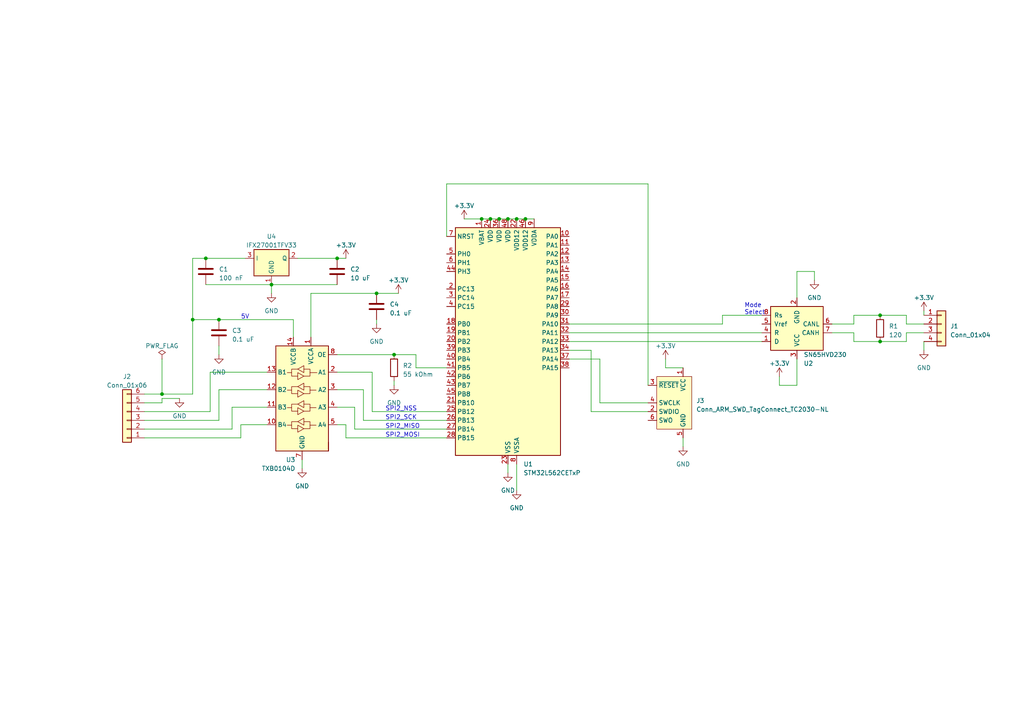
<source format=kicad_sch>
(kicad_sch (version 20230121) (generator eeschema)
  (paper "A4")
  (lib_symbols
    (symbol "Connector:Conn_ARM_SWD_TagConnect_TC2030-NL" (in_bom no)
      (property "Reference" "J" (at 2.54 11.43 0))
      (property "Value" "Conn_ARM_SWD_TagConnect_TC2030-NL" (at 2.54 8.89 0))
      (symbol "Conn_ARM_SWD_TagConnect_TC2030-NL_0_0"
        (pin power_in line (at -2.54 10.16 270) (length 2.54) (name "VCC") (number "1"))
        (pin bidirectional line (at 7.62 -2.54 180) (length 2.54) (name "SWDIO") (number "2"))
        (pin open_collector line (at 7.62 5.08 180) (length 2.54) (name "~{RESET}") (number "3"))
        (pin output line (at 7.62 0 180) (length 2.54) (name "SWCLK") (number "4"))
        (pin power_in line (at -2.54 -10.16 90) (length 2.54) (name "GND") (number "5"))
        (pin input line (at 7.62 -5.08 180) (length 2.54) (name "SWO") (number "6"))
      )
      (symbol "Conn_ARM_SWD_TagConnect_TC2030-NL_0_1"
        (rectangle (start -5.08 7.62) (end 5.08 -7.62) (fill (type background)))
      )
    )
    (symbol "Connector_Generic:Conn_01x04" (pin_names (offset 1.016) hide)
      (property "Reference" "J" (at 0 5.08 0))
      (property "Value" "Conn_01x04" (at 0 -7.62 0))
      (symbol "Conn_01x04_1_1"
        (rectangle (start -1.27 -4.953) (end 0 -5.207) (stroke (width 0.1524)))
        (rectangle (start -1.27 -2.413) (end 0 -2.667) (stroke (width 0.1524)))
        (rectangle (start -1.27 0.127) (end 0 -0.127) (stroke (width 0.1524)))
        (rectangle (start -1.27 2.667) (end 0 2.413) (stroke (width 0.1524)))
        (rectangle (start -1.27 3.81) (end 1.27 -6.35) (stroke (width 0.254)) (fill (type background)))
        (pin passive line (at -5.08 2.54 0) (length 3.81) (name "Pin_1") (number "1"))
        (pin passive line (at -5.08 0 0) (length 3.81) (name "Pin_2") (number "2"))
        (pin passive line (at -5.08 -2.54 0) (length 3.81) (name "Pin_3") (number "3"))
        (pin passive line (at -5.08 -5.08 0) (length 3.81) (name "Pin_4") (number "4"))
      )
    )
    (symbol "Connector_Generic:Conn_01x06" (pin_names (offset 1.016) hide)
      (property "Reference" "J" (at 0 7.62 0))
      (property "Value" "Conn_01x06" (at 0 -10.16 0))
      (symbol "Conn_01x06_1_1"
        (rectangle (start -1.27 -7.493) (end 0 -7.747) (stroke (width 0.1524)))
        (rectangle (start -1.27 -4.953) (end 0 -5.207) (stroke (width 0.1524)))
        (rectangle (start -1.27 -2.413) (end 0 -2.667) (stroke (width 0.1524)))
        (rectangle (start -1.27 0.127) (end 0 -0.127) (stroke (width 0.1524)))
        (rectangle (start -1.27 2.667) (end 0 2.413) (stroke (width 0.1524)))
        (rectangle (start -1.27 5.207) (end 0 4.953) (stroke (width 0.1524)))
        (rectangle (start -1.27 6.35) (end 1.27 -8.89) (stroke (width 0.254)) (fill (type background)))
        (pin passive line (at -5.08 5.08 0) (length 3.81) (name "Pin_1") (number "1"))
        (pin passive line (at -5.08 2.54 0) (length 3.81) (name "Pin_2") (number "2"))
        (pin passive line (at -5.08 0 0) (length 3.81) (name "Pin_3") (number "3"))
        (pin passive line (at -5.08 -2.54 0) (length 3.81) (name "Pin_4") (number "4"))
        (pin passive line (at -5.08 -5.08 0) (length 3.81) (name "Pin_5") (number "5"))
        (pin passive line (at -5.08 -7.62 0) (length 3.81) (name "Pin_6") (number "6"))
      )
    )
    (symbol "Device:C" (pin_numbers hide) (pin_names (offset 0.254))
      (property "Reference" "C" (at 0.635 2.54 0))
      (property "Value" "C" (at 0.635 -2.54 0))
      (symbol "C_0_1"
        (polyline (pts (xy -2.032 -0.762) (xy 2.032 -0.762)) (stroke (width 0.508)))
        (polyline (pts (xy -2.032 0.762) (xy 2.032 0.762)) (stroke (width 0.508)))
      )
      (symbol "C_1_1"
        (pin passive line (at 0 3.81 270) (length 2.794) (name "~") (number "1"))
        (pin passive line (at 0 -3.81 90) (length 2.794) (name "~") (number "2"))
      )
    )
    (symbol "Device:R" (pin_numbers hide) (pin_names (offset 0))
      (property "Reference" "R" (at 2.032 0 90))
      (property "Value" "R" (at 0 0 90))
      (symbol "R_0_1"
        (rectangle (start -1.016 -2.54) (end 1.016 2.54) (stroke (width 0.254)))
      )
      (symbol "R_1_1"
        (pin passive line (at 0 3.81 270) (length 1.27) (name "~") (number "1"))
        (pin passive line (at 0 -3.81 90) (length 1.27) (name "~") (number "2"))
      )
    )
    (symbol "Interface_CAN_LIN:SN65HVD230" (pin_names (offset 1.016))
      (property "Reference" "U" (at -2.54 10.16 0))
      (property "Value" "SN65HVD230" (at -2.54 7.62 0))
      (symbol "SN65HVD230_0_1"
        (rectangle (start -7.62 5.08) (end 7.62 -7.62) (stroke (width 0.254)) (fill (type background)))
      )
      (symbol "SN65HVD230_1_1"
        (pin input line (at -10.16 2.54 0) (length 2.54) (name "D") (number "1"))
        (pin power_in line (at 0 -10.16 90) (length 2.54) (name "GND") (number "2"))
        (pin power_in line (at 0 7.62 270) (length 2.54) (name "VCC") (number "3"))
        (pin output line (at -10.16 0 0) (length 2.54) (name "R") (number "4"))
        (pin output line (at -10.16 -2.54 0) (length 2.54) (name "Vref") (number "5"))
        (pin bidirectional line (at 10.16 -2.54 180) (length 2.54) (name "CANL") (number "6"))
        (pin bidirectional line (at 10.16 0 180) (length 2.54) (name "CANH") (number "7"))
        (pin input line (at -10.16 -5.08 0) (length 2.54) (name "Rs") (number "8"))
      )
    )
    (symbol "Logic_LevelTranslator:TXB0104D"
      (property "Reference" "U" (at -6.35 16.51 0))
      (property "Value" "TXB0104D" (at 3.81 16.51 0))
      (symbol "TXB0104D_0_1"
        (rectangle (start -7.62 -15.24) (end -7.62 -12.7) (stroke (width 0.254)))
        (rectangle (start -7.62 15.24) (end 7.62 -15.24) (stroke (width 0.254)) (fill (type background)))
        (polyline (pts (xy -2.286 -7.747) (xy -2.286 -6.731) (xy -0.508 -6.731)))
        (polyline (pts (xy -2.286 -2.667) (xy -2.286 -1.651) (xy -0.508 -1.651)))
        (polyline (pts (xy -2.286 2.413) (xy -2.286 3.429) (xy -0.508 3.429)))
        (polyline (pts (xy -2.286 7.493) (xy -2.286 8.509) (xy -0.508 8.509)))
        (polyline (pts (xy 3.048 -7.747) (xy 3.048 -8.763) (xy 1.27 -8.763)))
        (polyline (pts (xy 3.048 -2.667) (xy 3.048 -3.683) (xy 1.27 -3.683)))
        (polyline (pts (xy 3.048 2.413) (xy 3.048 1.397) (xy 1.27 1.397)))
        (polyline (pts (xy 3.048 7.493) (xy 3.048 6.477) (xy 1.27 6.477)))
        (polyline (pts (xy -0.508 -8.763) (xy -2.286 -8.763) (xy -2.286 -7.747) (xy -4.064 -7.747)))
        (polyline (pts (xy -0.508 -8.763) (xy 1.27 -7.747) (xy 1.27 -9.779) (xy -0.508 -8.763)))
        (polyline (pts (xy -0.508 -3.683) (xy -2.286 -3.683) (xy -2.286 -2.667) (xy -4.064 -2.667)))
        (polyline (pts (xy -0.508 -3.683) (xy 1.27 -2.667) (xy 1.27 -4.699) (xy -0.508 -3.683)))
        (polyline (pts (xy -0.508 1.397) (xy -2.286 1.397) (xy -2.286 2.413) (xy -4.064 2.413)))
        (polyline (pts (xy -0.508 1.397) (xy 1.27 2.413) (xy 1.27 0.381) (xy -0.508 1.397)))
        (polyline (pts (xy -0.508 6.477) (xy -2.286 6.477) (xy -2.286 7.493) (xy -4.318 7.493)))
        (polyline (pts (xy -0.508 6.477) (xy 1.27 7.493) (xy 1.27 5.461) (xy -0.508 6.477)))
        (polyline (pts (xy 1.27 -6.731) (xy -0.508 -7.747) (xy -0.508 -5.715) (xy 1.27 -6.731)))
        (polyline (pts (xy 1.27 -6.731) (xy 3.048 -6.731) (xy 3.048 -7.747) (xy 4.318 -7.747)))
        (polyline (pts (xy 1.27 -1.651) (xy -0.508 -2.667) (xy -0.508 -0.635) (xy 1.27 -1.651)))
        (polyline (pts (xy 1.27 -1.651) (xy 3.048 -1.651) (xy 3.048 -2.667) (xy 4.318 -2.667)))
        (polyline (pts (xy 1.27 3.429) (xy -0.508 2.413) (xy -0.508 4.445) (xy 1.27 3.429)))
        (polyline (pts (xy 1.27 3.429) (xy 3.048 3.429) (xy 3.048 2.413) (xy 4.318 2.413)))
        (polyline (pts (xy 1.27 8.509) (xy -0.508 7.493) (xy -0.508 9.525) (xy 1.27 8.509)))
        (polyline (pts (xy 1.27 8.509) (xy 3.048 8.509) (xy 3.048 7.493) (xy 4.318 7.493)))
      )
      (symbol "TXB0104D_1_1"
        (pin power_in line (at -2.54 17.78 270) (length 2.54) (name "VCCA") (number "1"))
        (pin bidirectional line (at 10.16 -7.62 180) (length 2.54) (name "B4") (number "10"))
        (pin bidirectional line (at 10.16 -2.54 180) (length 2.54) (name "B3") (number "11"))
        (pin bidirectional line (at 10.16 2.54 180) (length 2.54) (name "B2") (number "12"))
        (pin bidirectional line (at 10.16 7.62 180) (length 2.54) (name "B1") (number "13"))
        (pin power_in line (at 2.54 17.78 270) (length 2.54) (name "VCCB") (number "14"))
        (pin bidirectional line (at -10.16 7.62 0) (length 2.54) (name "A1") (number "2"))
        (pin bidirectional line (at -10.16 2.54 0) (length 2.54) (name "A2") (number "3"))
        (pin bidirectional line (at -10.16 -2.54 0) (length 2.54) (name "A3") (number "4"))
        (pin bidirectional line (at -10.16 -7.62 0) (length 2.54) (name "A4") (number "5"))
        (pin no_connect line (at -7.62 -12.7 0) (length 2.54) hide (name "NC") (number "6"))
        (pin power_in line (at 0 -17.78 90) (length 2.54) (name "GND") (number "7"))
        (pin input line (at -10.16 12.7 0) (length 2.54) (name "OE") (number "8"))
        (pin no_connect line (at 7.62 -12.7 180) (length 2.54) hide (name "NC") (number "9"))
      )
    )
    (symbol "MCU_ST_STM32L5:STM32L562CETxP"
      (property "Reference" "U" (at -15.24 34.29 0))
      (property "Value" "STM32L562CETxP" (at 10.16 34.29 0))
      (symbol "STM32L562CETxP_0_1"
        (rectangle (start -15.24 -33.02) (end 15.24 33.02) (stroke (width 0.254)) (fill (type background)))
      )
      (symbol "STM32L562CETxP_1_1"
        (pin power_in line (at -7.62 35.56 270) (length 2.54) (name "VBAT") (number "1"))
        (pin bidirectional line (at 17.78 30.48 180) (length 2.54) (name "PA0") (number "10"))
        (pin bidirectional line (at 17.78 27.94 180) (length 2.54) (name "PA1") (number "11"))
        (pin bidirectional line (at 17.78 25.4 180) (length 2.54) (name "PA2") (number "12"))
        (pin bidirectional line (at 17.78 22.86 180) (length 2.54) (name "PA3") (number "13"))
        (pin bidirectional line (at 17.78 20.32 180) (length 2.54) (name "PA4") (number "14"))
        (pin bidirectional line (at 17.78 17.78 180) (length 2.54) (name "PA5") (number "15"))
        (pin bidirectional line (at 17.78 15.24 180) (length 2.54) (name "PA6") (number "16"))
        (pin bidirectional line (at 17.78 12.7 180) (length 2.54) (name "PA7") (number "17"))
        (pin bidirectional line (at -17.78 5.08 0) (length 2.54) (name "PB0") (number "18"))
        (pin bidirectional line (at -17.78 2.54 0) (length 2.54) (name "PB1") (number "19"))
        (pin bidirectional line (at -17.78 15.24 0) (length 2.54) (name "PC13") (number "2"))
        (pin bidirectional line (at -17.78 0 0) (length 2.54) (name "PB2") (number "20"))
        (pin bidirectional line (at -17.78 -17.78 0) (length 2.54) (name "PB10") (number "21"))
        (pin power_in line (at 2.54 35.56 270) (length 2.54) (name "VDD12") (number "22"))
        (pin power_in line (at 0 -35.56 90) (length 2.54) (name "VSS") (number "23"))
        (pin power_in line (at -5.08 35.56 270) (length 2.54) (name "VDD") (number "24"))
        (pin bidirectional line (at -17.78 -20.32 0) (length 2.54) (name "PB12") (number "25"))
        (pin bidirectional line (at -17.78 -22.86 0) (length 2.54) (name "PB13") (number "26"))
        (pin bidirectional line (at -17.78 -25.4 0) (length 2.54) (name "PB14") (number "27"))
        (pin bidirectional line (at -17.78 -27.94 0) (length 2.54) (name "PB15") (number "28"))
        (pin bidirectional line (at 17.78 10.16 180) (length 2.54) (name "PA8") (number "29"))
        (pin bidirectional line (at -17.78 12.7 0) (length 2.54) (name "PC14") (number "3"))
        (pin bidirectional line (at 17.78 7.62 180) (length 2.54) (name "PA9") (number "30"))
        (pin bidirectional line (at 17.78 5.08 180) (length 2.54) (name "PA10") (number "31"))
        (pin bidirectional line (at 17.78 2.54 180) (length 2.54) (name "PA11") (number "32"))
        (pin bidirectional line (at 17.78 0 180) (length 2.54) (name "PA12") (number "33"))
        (pin bidirectional line (at 17.78 -2.54 180) (length 2.54) (name "PA13") (number "34"))
        (pin passive line (at 0 -35.56 90) (length 2.54) hide (name "VSS") (number "35"))
        (pin power_in line (at -2.54 35.56 270) (length 2.54) (name "VDD") (number "36"))
        (pin bidirectional line (at 17.78 -5.08 180) (length 2.54) (name "PA14") (number "37"))
        (pin bidirectional line (at 17.78 -7.62 180) (length 2.54) (name "PA15") (number "38"))
        (pin bidirectional line (at -17.78 -2.54 0) (length 2.54) (name "PB3") (number "39"))
        (pin bidirectional line (at -17.78 10.16 0) (length 2.54) (name "PC15") (number "4"))
        (pin bidirectional line (at -17.78 -5.08 0) (length 2.54) (name "PB4") (number "40"))
        (pin bidirectional line (at -17.78 -7.62 0) (length 2.54) (name "PB5") (number "41"))
        (pin bidirectional line (at -17.78 -10.16 0) (length 2.54) (name "PB6") (number "42"))
        (pin bidirectional line (at -17.78 -12.7 0) (length 2.54) (name "PB7") (number "43"))
        (pin bidirectional line (at -17.78 20.32 0) (length 2.54) (name "PH3") (number "44"))
        (pin bidirectional line (at -17.78 -15.24 0) (length 2.54) (name "PB8") (number "45"))
        (pin power_in line (at 5.08 35.56 270) (length 2.54) (name "VDD12") (number "46"))
        (pin passive line (at 0 -35.56 90) (length 2.54) hide (name "VSS") (number "47"))
        (pin power_in line (at 0 35.56 270) (length 2.54) (name "VDD") (number "48"))
        (pin bidirectional line (at -17.78 25.4 0) (length 2.54) (name "PH0") (number "5"))
        (pin bidirectional line (at -17.78 22.86 0) (length 2.54) (name "PH1") (number "6"))
        (pin input line (at -17.78 30.48 0) (length 2.54) (name "NRST") (number "7"))
        (pin power_in line (at 2.54 -35.56 90) (length 2.54) (name "VSSA") (number "8"))
        (pin power_in line (at 7.62 35.56 270) (length 2.54) (name "VDDA") (number "9"))
      )
    )
    (symbol "Regulator_Linear:IFX27001TFV33"
      (property "Reference" "U" (at 0 6.35 0))
      (property "Value" "IFX27001TFV33" (at 0 3.81 0))
      (symbol "IFX27001TFV33_1_1"
        (rectangle (start -5.08 2.54) (end 5.08 -5.08) (stroke (width 0.254)) (fill (type background)))
        (pin power_in line (at 0 -7.62 90) (length 2.54) (name "GND") (number "1"))
        (pin power_out line (at 7.62 0 180) (length 2.54) (name "Q") (number "2"))
        (pin power_in line (at -7.62 0 0) (length 2.54) (name "I") (number "3"))
      )
    )
    (symbol "power:+3.3V" (power) (pin_names (offset 0))
      (property "Value" "+3.3V" (at 0 3.556 0))
      (symbol "+3.3V_0_1"
        (polyline (pts (xy -0.762 1.27) (xy 0 2.54)))
        (polyline (pts (xy 0 0) (xy 0 2.54)))
        (polyline (pts (xy 0 2.54) (xy 0.762 1.27)))
      )
      (symbol "+3.3V_1_1"
        (pin power_in line (at 0 0 90) (length 0) hide (name "+3.3V") (number "1"))
      )
    )
    (symbol "power:GND" (power) (pin_names (offset 0))
      (property "Value" "GND" (at 0 -3.81 0))
      (symbol "GND_0_1"
        (polyline (pts (xy 0 0) (xy 0 -1.27) (xy 1.27 -1.27) (xy 0 -2.54) (xy -1.27 -1.27) (xy 0 -1.27)))
      )
      (symbol "GND_1_1"
        (pin power_in line (at 0 0 270) (length 0) hide (name "GND") (number "1"))
      )
    )
    (symbol "power:PWR_FLAG" (power) (pin_numbers hide) (pin_names (offset 0) hide)
      (property "Value" "PWR_FLAG" (at 0 3.81 0))
      (symbol "PWR_FLAG_0_0"
        (pin power_out line (at 0 0 90) (length 0) (name "pwr") (number "1"))
      )
      (symbol "PWR_FLAG_0_1"
        (polyline (pts (xy 0 0) (xy 0 1.27) (xy -1.016 1.905) (xy 0 2.54) (xy 1.016 1.905) (xy 0 1.27)))
      )
    )
  )
  (junction (at 78.74 82.55))
  (junction (at 149.86 63.5))
  (junction (at 97.79 74.93))
  (junction (at 255.27 91.44))
  (junction (at 46.99 114.3))
  (junction (at 255.27 99.06))
  (junction (at 139.7 63.5))
  (junction (at 59.69 74.93))
  (junction (at 144.78 63.5))
  (junction (at 152.4 63.5))
  (junction (at 142.24 63.5))
  (junction (at 55.88 92.71))
  (junction (at 147.32 63.5))
  (junction (at 114.3 102.87))
  (junction (at 63.5 92.71))
  (junction (at 109.22 85.09))
  (wire (pts (xy 165.1 104.14) (xy 173.99 104.14)))
  (wire (pts (xy 115.57 85.09) (xy 109.22 85.09)))
  (wire (pts (xy 267.97 101.6) (xy 267.97 99.06)))
  (wire (pts (xy 69.85 127) (xy 41.91 127)))
  (wire (pts (xy 226.06 111.76) (xy 231.14 111.76)))
  (wire (pts (xy 90.17 85.09) (xy 90.17 97.79)))
  (wire (pts (xy 165.1 101.6) (xy 171.45 101.6)))
  (wire (pts (xy 77.47 123.19) (xy 69.85 123.19)))
  (wire (pts (xy 69.85 123.19) (xy 69.85 127)))
  (wire (pts (xy 109.22 92.71) (xy 109.22 93.98)))
  (wire (pts (xy 262.89 93.98) (xy 262.89 91.44)))
  (wire (pts (xy 152.4 63.5) (xy 154.94 63.5)))
  (wire (pts (xy 63.5 92.71) (xy 55.88 92.71)))
  (wire (pts (xy 165.1 93.98) (xy 209.55 93.98)))
  (wire (pts (xy 107.95 107.95) (xy 107.95 119.38)))
  (wire (pts (xy 97.79 102.87) (xy 114.3 102.87)))
  (wire (pts (xy 171.45 101.6) (xy 171.45 119.38)))
  (wire (pts (xy 139.7 63.5) (xy 142.24 63.5)))
  (wire (pts (xy 85.09 92.71) (xy 63.5 92.71)))
  (wire (pts (xy 129.54 53.34) (xy 187.96 53.34)))
  (wire (pts (xy 67.31 124.46) (xy 67.31 118.11)))
  (wire (pts (xy 142.24 63.5) (xy 144.78 63.5)))
  (wire (pts (xy 267.97 93.98) (xy 262.89 93.98)))
  (wire (pts (xy 59.69 82.55) (xy 78.74 82.55)))
  (wire (pts (xy 129.54 127) (xy 100.33 127)))
  (wire (pts (xy 262.89 96.52) (xy 262.89 99.06)))
  (wire (pts (xy 129.54 68.58) (xy 129.54 53.34)))
  (wire (pts (xy 267.97 91.44) (xy 267.97 90.17)))
  (wire (pts (xy 262.89 91.44) (xy 255.27 91.44)))
  (wire (pts (xy 267.97 96.52) (xy 262.89 96.52)))
  (wire (pts (xy 231.14 78.74) (xy 231.14 86.36)))
  (wire (pts (xy 262.89 99.06) (xy 255.27 99.06)))
  (wire (pts (xy 187.96 53.34) (xy 187.96 111.76)))
  (wire (pts (xy 209.55 91.44) (xy 220.98 91.44)))
  (wire (pts (xy 55.88 92.71) (xy 55.88 114.3)))
  (wire (pts (xy 87.63 133.35) (xy 87.63 135.89)))
  (wire (pts (xy 144.78 63.5) (xy 147.32 63.5)))
  (wire (pts (xy 67.31 118.11) (xy 77.47 118.11)))
  (wire (pts (xy 241.3 96.52) (xy 247.65 96.52)))
  (wire (pts (xy 41.91 119.38) (xy 60.96 119.38)))
  (wire (pts (xy 63.5 113.03) (xy 77.47 113.03)))
  (wire (pts (xy 55.88 74.93) (xy 55.88 92.71)))
  (wire (pts (xy 77.47 107.95) (xy 60.96 107.95)))
  (wire (pts (xy 165.1 96.52) (xy 220.98 96.52)))
  (wire (pts (xy 134.62 63.5) (xy 139.7 63.5)))
  (wire (pts (xy 97.79 123.19) (xy 100.33 123.19)))
  (wire (pts (xy 78.74 82.55) (xy 78.74 85.09)))
  (wire (pts (xy 129.54 106.68) (xy 120.65 106.68)))
  (wire (pts (xy 120.65 102.87) (xy 114.3 102.87)))
  (wire (pts (xy 86.36 74.93) (xy 97.79 74.93)))
  (wire (pts (xy 114.3 110.49) (xy 114.3 111.76)))
  (wire (pts (xy 247.65 96.52) (xy 247.65 99.06)))
  (wire (pts (xy 55.88 114.3) (xy 46.99 114.3)))
  (wire (pts (xy 105.41 121.92) (xy 105.41 113.03)))
  (wire (pts (xy 46.99 116.84) (xy 46.99 115.57)))
  (wire (pts (xy 193.04 106.68) (xy 198.12 106.68)))
  (wire (pts (xy 107.95 119.38) (xy 129.54 119.38)))
  (wire (pts (xy 149.86 63.5) (xy 152.4 63.5)))
  (wire (pts (xy 165.1 99.06) (xy 220.98 99.06)))
  (wire (pts (xy 247.65 99.06) (xy 255.27 99.06)))
  (wire (pts (xy 231.14 111.76) (xy 231.14 104.14)))
  (wire (pts (xy 173.99 116.84) (xy 187.96 116.84)))
  (wire (pts (xy 59.69 74.93) (xy 55.88 74.93)))
  (wire (pts (xy 236.22 78.74) (xy 236.22 81.28)))
  (wire (pts (xy 63.5 121.92) (xy 63.5 113.03)))
  (wire (pts (xy 120.65 106.68) (xy 120.65 102.87)))
  (wire (pts (xy 100.33 123.19) (xy 100.33 127)))
  (wire (pts (xy 97.79 82.55) (xy 78.74 82.55)))
  (wire (pts (xy 97.79 118.11) (xy 102.87 118.11)))
  (wire (pts (xy 129.54 121.92) (xy 105.41 121.92)))
  (wire (pts (xy 41.91 114.3) (xy 46.99 114.3)))
  (wire (pts (xy 247.65 93.98) (xy 247.65 91.44)))
  (wire (pts (xy 41.91 124.46) (xy 67.31 124.46)))
  (wire (pts (xy 41.91 116.84) (xy 46.99 116.84)))
  (wire (pts (xy 46.99 115.57) (xy 52.07 115.57)))
  (wire (pts (xy 171.45 119.38) (xy 187.96 119.38)))
  (wire (pts (xy 231.14 78.74) (xy 236.22 78.74)))
  (wire (pts (xy 71.12 74.93) (xy 59.69 74.93)))
  (wire (pts (xy 102.87 124.46) (xy 129.54 124.46)))
  (wire (pts (xy 173.99 104.14) (xy 173.99 116.84)))
  (wire (pts (xy 105.41 113.03) (xy 97.79 113.03)))
  (wire (pts (xy 97.79 74.93) (xy 100.33 74.93)))
  (wire (pts (xy 241.3 93.98) (xy 247.65 93.98)))
  (wire (pts (xy 60.96 119.38) (xy 60.96 107.95)))
  (wire (pts (xy 226.06 109.22) (xy 226.06 111.76)))
  (wire (pts (xy 97.79 107.95) (xy 107.95 107.95)))
  (wire (pts (xy 198.12 127) (xy 198.12 129.54)))
  (wire (pts (xy 147.32 63.5) (xy 149.86 63.5)))
  (wire (pts (xy 63.5 100.33) (xy 63.5 102.87)))
  (wire (pts (xy 41.91 121.92) (xy 63.5 121.92)))
  (wire (pts (xy 102.87 118.11) (xy 102.87 124.46)))
  (wire (pts (xy 109.22 85.09) (xy 90.17 85.09)))
  (wire (pts (xy 209.55 93.98) (xy 209.55 91.44)))
  (wire (pts (xy 193.04 104.14) (xy 193.04 106.68)))
  (wire (pts (xy 149.86 134.62) (xy 149.86 142.24)))
  (wire (pts (xy 46.99 104.14) (xy 46.99 114.3)))
  (wire (pts (xy 85.09 92.71) (xy 85.09 97.79)))
  (wire (pts (xy 147.32 134.62) (xy 147.32 137.16)))
  (wire (pts (xy 247.65 91.44) (xy 255.27 91.44)))
  (text "Mode\nSelect\n" (at 215.9 91.44 0) (effects (font (size 1.27 1.27)) (justify left bottom)))
  (text "SPI2_NSS" (at 111.76 119.38 0) (effects (font (size 1.27 1.27)) (justify left bottom)))
  (text "SPI2_MISO" (at 111.76 124.46 0) (effects (font (size 1.27 1.27)) (justify left bottom)))
  (text "SPI2_MOSI" (at 111.76 127 0) (effects (font (size 1.27 1.27)) (justify left bottom)))
  (text "5V" (at 69.85 92.71 0) (effects (font (size 1.27 1.27)) (justify left bottom)))
  (text "SPI2_SCK" (at 111.76 121.92 0) (effects (font (size 1.27 1.27)) (justify left bottom)))
  (symbol (lib_id "Device:C") (at 109.22 88.9 0) (unit 1)
    (property "Reference" "C4" (at 113.03 88.265 0) (effects (justify left)))
    (property "Value" "0.1 uF" (at 113.03 90.805 0) (effects (justify left)))
  )
  (symbol (lib_id "Device:C") (at 63.5 96.52 0) (unit 1)
    (property "Reference" "C3" (at 67.31 95.885 0) (effects (justify left)))
    (property "Value" "0.1 uF" (at 67.31 98.425 0) (effects (justify left)))
  )
  (symbol (lib_id "Connector_Generic:Conn_01x04") (at 273.05 93.98 0) (unit 1)
    (property "Reference" "J1" (at 275.59 94.615 0) (effects (justify left)))
    (property "Value" "Conn_01x04" (at 275.59 97.155 0) (effects (justify left)))
  )
  (symbol (lib_id "Logic_LevelTranslator:TXB0104D") (at 87.63 115.57 0) (mirror y) (unit 1)
    (property "Reference" "U3" (at 85.6741 133.35 0) (effects (justify left)))
    (property "Value" "TXB0104D" (at 85.6741 135.89 0) (effects (justify left)))
    (property "Footprint" "Package_SO:SOIC-14_3.9x8.7mm_P1.27mm" (effects hide))
    (property "Datasheet" "http://www.ti.com/lit/ds/symlink/txb0104.pdf" (effects hide))
  )
  (symbol (lib_id "power:GND") (at 78.74 85.09 0) (unit 1)
    (property "Reference" "#PWR013" (effects hide))
    (property "Value" "GND" (at 78.74 90.17 0))
  )
  (symbol (lib_id "power:GND") (at 236.22 81.28 0) (unit 1)
    (property "Reference" "#PWR07" (effects hide))
    (property "Value" "GND" (at 236.22 86.36 0))
  )
  (symbol (lib_id "Interface_CAN_LIN:SN65HVD230") (at 231.14 96.52 0) (mirror x) (unit 1)
    (property "Reference" "U2" (at 233.0959 105.41 0) (effects (justify left)))
    (property "Value" "SN65HVD230" (at 233.0959 102.87 0) (effects (justify left)))
    (property "Footprint" "Package_SO:SOIC-8_3.9x4.9mm_P1.27mm" (effects hide))
    (property "Datasheet" "http://www.ti.com/lit/ds/symlink/sn65hvd230.pdf" (effects hide))
  )
  (symbol (lib_id "power:GND") (at 198.12 129.54 0) (unit 1)
    (property "Reference" "#PWR011" (effects hide))
    (property "Value" "GND" (at 198.12 134.62 0))
  )
  (symbol (lib_id "power:GND") (at 109.22 93.98 0) (unit 1)
    (property "Reference" "#PWR016" (effects hide))
    (property "Value" "GND" (at 109.22 99.06 0))
  )
  (symbol (lib_id "Connector_Generic:Conn_01x06") (at 36.83 121.92 180) (unit 1)
    (property "Reference" "J2" (at 36.83 109.22 0))
    (property "Value" "Conn_01x06" (at 36.83 111.76 0))
  )
  (symbol (lib_id "Device:R") (at 255.27 95.25 0) (unit 1)
    (property "Reference" "R1" (at 257.81 94.615 0) (effects (justify left)))
    (property "Value" "120" (at 257.81 97.155 0) (effects (justify left)))
  )
  (symbol (lib_id "power:GND") (at 147.32 137.16 0) (unit 1)
    (property "Reference" "#PWR01" (effects hide))
    (property "Value" "GND" (at 147.32 142.24 0))
  )
  (symbol (lib_id "power:+3.3V") (at 267.97 90.17 0) (unit 1)
    (property "Reference" "#PWR08" (effects hide))
    (property "Value" "+3.3V" (at 267.97 86.36 0))
  )
  (symbol (lib_id "Connector:Conn_ARM_SWD_TagConnect_TC2030-NL") (at 195.58 116.84 0) (mirror y) (unit 1)
    (property "Reference" "J3" (at 201.93 116.205 0) (effects (justify right)))
    (property "Value" "Conn_ARM_SWD_TagConnect_TC2030-NL" (at 201.93 118.745 0) (effects (justify right)))
    (property "Footprint" "Connector:Tag-Connect_TC2030-IDC-NL_2x03_P1.27mm_Vertical" (effects hide))
    (property "Datasheet" "https://www.tag-connect.com/wp-content/uploads/bsk-pdf-manager/TC2030-CTX_1.pdf" (effects hide))
  )
  (symbol (lib_id "power:GND") (at 114.3 111.76 0) (unit 1)
    (property "Reference" "#PWR017" (effects hide))
    (property "Value" "GND" (at 114.3 116.84 0))
  )
  (symbol (lib_id "power:GND") (at 267.97 101.6 0) (unit 1)
    (property "Reference" "#PWR06" (effects hide))
    (property "Value" "GND" (at 267.97 106.68 0))
  )
  (symbol (lib_id "Device:C") (at 97.79 78.74 0) (unit 1)
    (property "Reference" "C2" (at 101.6 78.105 0) (effects (justify left)))
    (property "Value" "10 uF" (at 101.6 80.645 0) (effects (justify left)))
  )
  (symbol (lib_id "power:+3.3V") (at 115.57 85.09 0) (unit 1)
    (property "Reference" "#PWR014" (effects hide))
    (property "Value" "+3.3V" (at 115.57 81.28 0))
  )
  (symbol (lib_id "Device:R") (at 114.3 106.68 0) (unit 1)
    (property "Reference" "R2" (at 116.84 106.045 0) (effects (justify left)))
    (property "Value" "55 kOhm" (at 116.84 108.585 0) (effects (justify left)))
  )
  (symbol (lib_id "power:+3.3V") (at 226.06 109.22 0) (unit 1)
    (property "Reference" "#PWR09" (effects hide))
    (property "Value" "+3.3V" (at 226.06 105.41 0))
  )
  (symbol (lib_id "power:+3.3V") (at 193.04 104.14 0) (unit 1)
    (property "Reference" "#PWR010" (effects hide))
    (property "Value" "+3.3V" (at 193.04 100.33 0))
  )
  (symbol (lib_id "power:GND") (at 52.07 115.57 0) (unit 1)
    (property "Reference" "#PWR05" (effects hide))
    (property "Value" "GND" (at 52.07 120.65 0))
  )
  (symbol (lib_id "power:GND") (at 149.86 142.24 0) (unit 1)
    (property "Reference" "#PWR03" (effects hide))
    (property "Value" "GND" (at 149.86 147.32 0))
  )
  (symbol (lib_id "power:GND") (at 63.5 102.87 0) (unit 1)
    (property "Reference" "#PWR015" (effects hide))
    (property "Value" "GND" (at 63.5 107.95 0))
  )
  (symbol (lib_id "power:PWR_FLAG") (at 46.99 104.14 0) (unit 1)
    (property "Reference" "#FLG01" (effects hide))
    (property "Value" "PWR_FLAG" (at 46.99 100.33 0))
  )
  (symbol (lib_id "power:GND") (at 87.63 135.89 0) (unit 1)
    (property "Reference" "#PWR012" (effects hide))
    (property "Value" "GND" (at 87.63 140.97 0))
  )
  (symbol (lib_id "Regulator_Linear:IFX27001TFV33") (at 78.74 74.93 0) (unit 1)
    (property "Reference" "U4" (at 78.74 68.58 0))
    (property "Value" "IFX27001TFV33" (at 78.74 71.12 0))
    (property "Footprint" "Package_TO_SOT_SMD:TO-252-3_TabPin2" (effects hide))
    (property "Datasheet" "https://static6.arrow.com/aropdfconversion/dc75757ae45a88e5f69bdce3f2a651a5fe0ca07d/ifx27001_ds_10.pdf" (effects hide))
  )
  (symbol (lib_id "Device:C") (at 59.69 78.74 0) (unit 1)
    (property "Reference" "C1" (at 63.5 78.105 0) (effects (justify left)))
    (property "Value" "100 nF" (at 63.5 80.645 0) (effects (justify left)))
  )
  (symbol (lib_id "power:+3.3V") (at 134.62 63.5 0) (unit 1)
    (property "Reference" "#PWR02" (effects hide))
    (property "Value" "+3.3V" (at 134.62 59.69 0))
  )
  (symbol (lib_id "power:+3.3V") (at 100.33 74.93 0) (unit 1)
    (property "Reference" "#PWR04" (effects hide))
    (property "Value" "+3.3V" (at 100.33 71.12 0))
  )
  (symbol (lib_id "MCU_ST_STM32L5:STM32L562CETxP") (at 147.32 99.06 0) (unit 1)
    (property "Reference" "U1" (at 151.8159 134.62 0) (effects (justify left)))
    (property "Value" "STM32L562CETxP" (at 151.8159 137.16 0) (effects (justify left)))
    (property "Footprint" "Package_QFP:LQFP-48_7x7mm_P0.5mm" (effects hide))
    (property "Datasheet" "https://www.st.com/resource/en/datasheet/stm32l562ce.pdf" (effects hide))
  )
)
</source>
